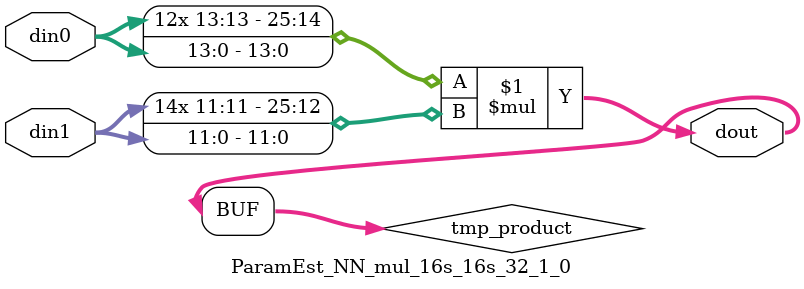
<source format=v>

`timescale 1 ns / 1 ps

  module ParamEst_NN_mul_16s_16s_32_1_0(din0, din1, dout);
parameter ID = 1;
parameter NUM_STAGE = 0;
parameter din0_WIDTH = 14;
parameter din1_WIDTH = 12;
parameter dout_WIDTH = 26;

input [din0_WIDTH - 1 : 0] din0; 
input [din1_WIDTH - 1 : 0] din1; 
output [dout_WIDTH - 1 : 0] dout;

wire signed [dout_WIDTH - 1 : 0] tmp_product;













assign tmp_product = $signed(din0) * $signed(din1);








assign dout = tmp_product;







endmodule

</source>
